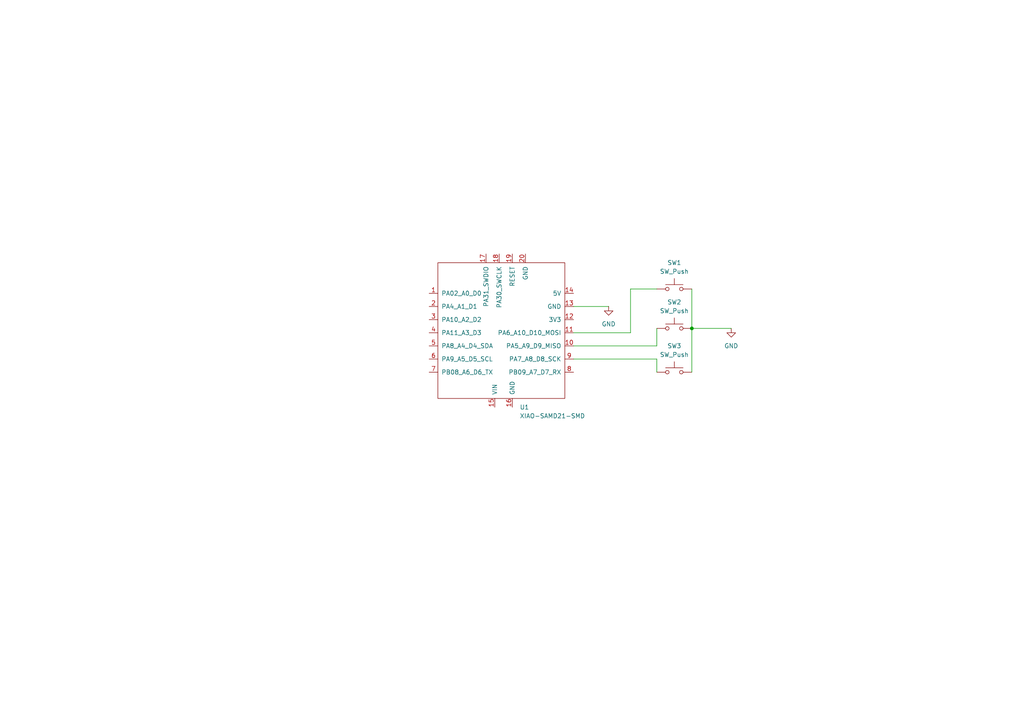
<source format=kicad_sch>
(kicad_sch (version 20250114) (generator "eeschema") (generator_version "9.0")
  (paper "A4")
  (lib_symbols
    (symbol "OPL:XIAO-SAMD21-SMD" (pin_names (offset 1.016))
      (property "Reference" "U" (at -18.542 23.114 0))
      (property "Value" "XIAO-SAMD21-SMD" (at -9.906 21.336 0))
      (symbol "XIAO-SAMD21-SMD_0_1"
        (rectangle (start -19.05 20.32) (end 17.78 -19.05))
      )
      (symbol "XIAO-SAMD21-SMD_1_1"
        (pin passive line (at -21.59 11.43 0) (length 2.54) (name "PA02_A0_D0") (number "1"))
        (pin passive line (at -21.59 7.62 0) (length 2.54) (name "PA4_A1_D1") (number "2"))
        (pin passive line (at -21.59 3.81 0) (length 2.54) (name "PA10_A2_D2") (number "3"))
        (pin passive line (at -21.59 0 0) (length 2.54) (name "PA11_A3_D3") (number "4"))
        (pin passive line (at -21.59 -3.81 0) (length 2.54) (name "PA8_A4_D4_SDA") (number "5"))
        (pin passive line (at -21.59 -7.62 0) (length 2.54) (name "PA9_A5_D5_SCL") (number "6"))
        (pin passive line (at -21.59 -11.43 0) (length 2.54) (name "PB08_A6_D6_TX") (number "7"))
        (pin passive line (at -5.08 22.86 270) (length 2.54) (name "PA31_SWDIO") (number "17"))
        (pin passive line (at -2.54 -21.59 90) (length 2.54) (name "VIN") (number "15"))
        (pin passive line (at -1.27 22.86 270) (length 2.54) (name "PA30_SWCLK") (number "18"))
        (pin passive line (at 2.54 22.86 270) (length 2.54) (name "RESET") (number "19"))
        (pin passive line (at 2.54 -21.59 90) (length 2.54) (name "GND") (number "16"))
        (pin passive line (at 6.35 22.86 270) (length 2.54) (name "GND") (number "20"))
        (pin passive line (at 20.32 11.43 180) (length 2.54) (name "5V") (number "14"))
        (pin passive line (at 20.32 7.62 180) (length 2.54) (name "GND") (number "13"))
        (pin passive line (at 20.32 3.81 180) (length 2.54) (name "3V3") (number "12"))
        (pin passive line (at 20.32 0 180) (length 2.54) (name "PA6_A10_D10_MOSI") (number "11"))
        (pin passive line (at 20.32 -3.81 180) (length 2.54) (name "PA5_A9_D9_MISO") (number "10"))
        (pin passive line (at 20.32 -7.62 180) (length 2.54) (name "PA7_A8_D8_SCK") (number "9"))
        (pin passive line (at 20.32 -11.43 180) (length 2.54) (name "PB09_A7_D7_RX") (number "8"))
      )
    )
    (symbol "Switch:SW_Push" (pin_numbers (hide yes)) (pin_names (offset 1.016) (hide yes))
      (property "Reference" "SW" (at 1.27 2.54 0))
      (property "Value" "SW_Push" (at 0 -1.524 0))
      (symbol "SW_Push_0_1"
        (circle (center -2.032 0) (radius 0.508))
        (polyline (pts (xy 0 1.27) (xy 0 3.048)))
        (circle (center 2.032 0) (radius 0.508))
        (polyline (pts (xy 2.54 1.27) (xy -2.54 1.27)))
        (pin passive line (at -5.08 0 0) (length 2.54) (name "1") (number "1"))
        (pin passive line (at 5.08 0 180) (length 2.54) (name "2") (number "2"))
      )
    )
    (symbol "power:GND" (power) (pin_numbers (hide yes)) (pin_names (offset 0) (hide yes))
      (property "Value" "GND" (at 0 -3.81 0))
      (symbol "GND_0_1"
        (polyline (pts (xy 0 0) (xy 0 -1.27) (xy 1.27 -1.27) (xy 0 -2.54) (xy -1.27 -1.27) (xy 0 -1.27)))
      )
      (symbol "GND_1_1"
        (pin power_in line (at 0 0 270) (length 0) (name "~") (number "1"))
      )
    )
  )
  (junction (at 200.66 95.25))
  (wire (pts (xy 190.5 100.33) (xy 190.5 95.25)))
  (wire (pts (xy 200.66 95.25) (xy 212.09 95.25)))
  (wire (pts (xy 190.5 104.14) (xy 190.5 107.95)))
  (wire (pts (xy 200.66 95.25) (xy 200.66 107.95)))
  (wire (pts (xy 166.37 96.52) (xy 182.88 96.52)))
  (wire (pts (xy 166.37 100.33) (xy 190.5 100.33)))
  (wire (pts (xy 200.66 83.82) (xy 200.66 95.25)))
  (wire (pts (xy 182.88 96.52) (xy 182.88 83.82)))
  (wire (pts (xy 166.37 88.9) (xy 176.53 88.9)))
  (wire (pts (xy 166.37 104.14) (xy 190.5 104.14)))
  (wire (pts (xy 182.88 83.82) (xy 190.5 83.82)))
  (symbol (lib_id "power:GND") (at 212.09 95.25 0) (unit 1)
    (property "Reference" "#PWR01" (effects (hide yes)))
    (property "Value" "GND" (at 212.09 100.33 0))
    (property "Description" "Power symbol creates a global label with name \"GND\" , ground" (effects (hide yes)))
  )
  (symbol (lib_id "power:GND") (at 176.53 88.9 0) (unit 1)
    (property "Reference" "#PWR02" (effects (hide yes)))
    (property "Value" "GND" (at 176.53 93.98 0))
    (property "Description" "Power symbol creates a global label with name \"GND\" , ground" (effects (hide yes)))
  )
  (symbol (lib_id "Switch:SW_Push") (at 195.58 83.82 0) (unit 1)
    (property "Reference" "SW1" (at 195.58 76.2 0))
    (property "Value" "SW_Push" (at 195.58 78.74 0))
    (property "Footprint" "Button_Switch_Keyboard:SW_Cherry_MX_1.00u_PCB" (effects (hide yes)))
    (property "Description" "Push button switch, generic, two pins" (effects (hide yes)))
  )
  (symbol (lib_id "Switch:SW_Push") (at 195.58 107.95 0) (unit 1)
    (property "Reference" "SW3" (at 195.58 100.33 0))
    (property "Value" "SW_Push" (at 195.58 102.87 0))
    (property "Footprint" "Button_Switch_Keyboard:SW_Cherry_MX_1.00u_PCB" (effects (hide yes)))
    (property "Description" "Push button switch, generic, two pins" (effects (hide yes)))
  )
  (symbol (lib_id "OPL:XIAO-SAMD21-SMD") (at 146.05 96.52 0) (unit 1)
    (property "Reference" "U1" (at 150.7333 118.11 0) (effects (justify left)))
    (property "Value" "XIAO-SAMD21-SMD" (at 150.7333 120.65 0) (effects (justify left)))
    (property "Footprint" "XIAO:XIAO-Generic-Hybrid-14P-2.54-21X17.8MM" (effects (hide yes)))
  )
  (symbol (lib_id "Switch:SW_Push") (at 195.58 95.25 0) (unit 1)
    (property "Reference" "SW2" (at 195.58 87.63 0))
    (property "Value" "SW_Push" (at 195.58 90.17 0))
    (property "Footprint" "Button_Switch_Keyboard:SW_Cherry_MX_1.00u_PCB" (effects (hide yes)))
    (property "Description" "Push button switch, generic, two pins" (effects (hide yes)))
  )
)
</source>
